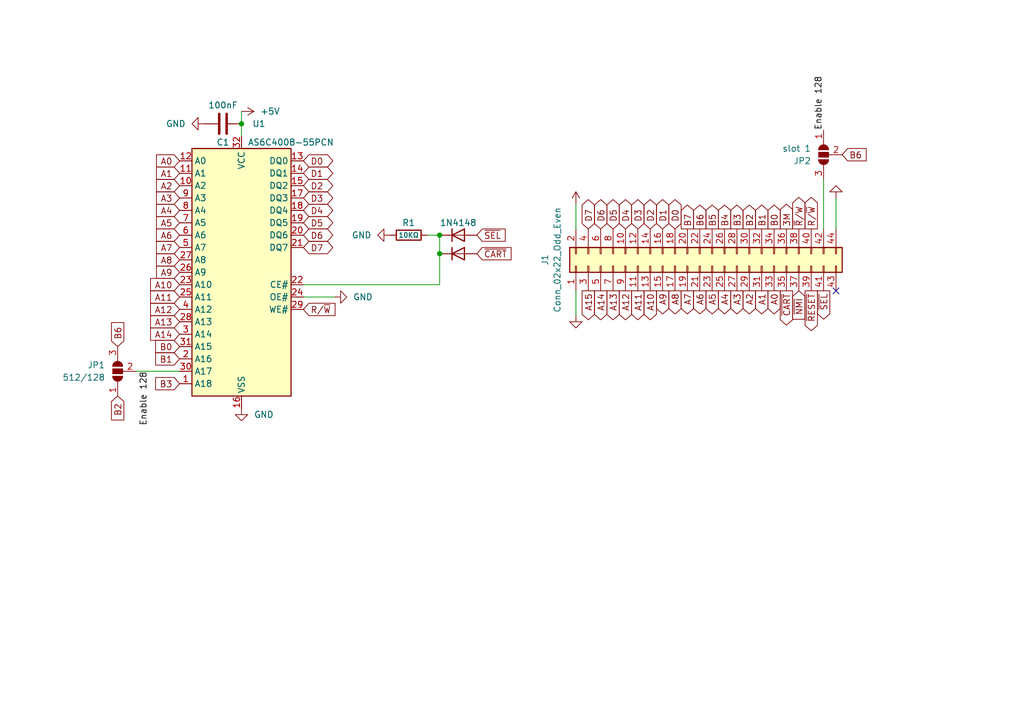
<source format=kicad_sch>
(kicad_sch (version 20230121) (generator eeschema)
  (paper "A5")
  (lib_symbols
    (symbol "Connector_Generic:Conn_02x22_Odd_Even" (pin_names (offset 1.016) hide)
      (property "Reference" "J" (at 1.27 27.94 0))
      (property "Value" "Conn_02x22_Odd_Even" (at 1.27 -30.48 0))
      (symbol "Conn_02x22_Odd_Even_1_1"
        (rectangle (start -1.27 -27.813) (end 0 -28.067) (stroke (width 0.1524)))
        (rectangle (start -1.27 -25.273) (end 0 -25.527) (stroke (width 0.1524)))
        (rectangle (start -1.27 -22.733) (end 0 -22.987) (stroke (width 0.1524)))
        (rectangle (start -1.27 -20.193) (end 0 -20.447) (stroke (width 0.1524)))
        (rectangle (start -1.27 -17.653) (end 0 -17.907) (stroke (width 0.1524)))
        (rectangle (start -1.27 -15.113) (end 0 -15.367) (stroke (width 0.1524)))
        (rectangle (start -1.27 -12.573) (end 0 -12.827) (stroke (width 0.1524)))
        (rectangle (start -1.27 -10.033) (end 0 -10.287) (stroke (width 0.1524)))
        (rectangle (start -1.27 -7.493) (end 0 -7.747) (stroke (width 0.1524)))
        (rectangle (start -1.27 -4.953) (end 0 -5.207) (stroke (width 0.1524)))
        (rectangle (start -1.27 -2.413) (end 0 -2.667) (stroke (width 0.1524)))
        (rectangle (start -1.27 0.127) (end 0 -0.127) (stroke (width 0.1524)))
        (rectangle (start -1.27 2.667) (end 0 2.413) (stroke (width 0.1524)))
        (rectangle (start -1.27 5.207) (end 0 4.953) (stroke (width 0.1524)))
        (rectangle (start -1.27 7.747) (end 0 7.493) (stroke (width 0.1524)))
        (rectangle (start -1.27 10.287) (end 0 10.033) (stroke (width 0.1524)))
        (rectangle (start -1.27 12.827) (end 0 12.573) (stroke (width 0.1524)))
        (rectangle (start -1.27 15.367) (end 0 15.113) (stroke (width 0.1524)))
        (rectangle (start -1.27 17.907) (end 0 17.653) (stroke (width 0.1524)))
        (rectangle (start -1.27 20.447) (end 0 20.193) (stroke (width 0.1524)))
        (rectangle (start -1.27 22.987) (end 0 22.733) (stroke (width 0.1524)))
        (rectangle (start -1.27 25.527) (end 0 25.273) (stroke (width 0.1524)))
        (rectangle (start -1.27 26.67) (end 3.81 -29.21) (stroke (width 0.254)) (fill (type background)))
        (rectangle (start 3.81 -27.813) (end 2.54 -28.067) (stroke (width 0.1524)))
        (rectangle (start 3.81 -25.273) (end 2.54 -25.527) (stroke (width 0.1524)))
        (rectangle (start 3.81 -22.733) (end 2.54 -22.987) (stroke (width 0.1524)))
        (rectangle (start 3.81 -20.193) (end 2.54 -20.447) (stroke (width 0.1524)))
        (rectangle (start 3.81 -17.653) (end 2.54 -17.907) (stroke (width 0.1524)))
        (rectangle (start 3.81 -15.113) (end 2.54 -15.367) (stroke (width 0.1524)))
        (rectangle (start 3.81 -12.573) (end 2.54 -12.827) (stroke (width 0.1524)))
        (rectangle (start 3.81 -10.033) (end 2.54 -10.287) (stroke (width 0.1524)))
        (rectangle (start 3.81 -7.493) (end 2.54 -7.747) (stroke (width 0.1524)))
        (rectangle (start 3.81 -4.953) (end 2.54 -5.207) (stroke (width 0.1524)))
        (rectangle (start 3.81 -2.413) (end 2.54 -2.667) (stroke (width 0.1524)))
        (rectangle (start 3.81 0.127) (end 2.54 -0.127) (stroke (width 0.1524)))
        (rectangle (start 3.81 2.667) (end 2.54 2.413) (stroke (width 0.1524)))
        (rectangle (start 3.81 5.207) (end 2.54 4.953) (stroke (width 0.1524)))
        (rectangle (start 3.81 7.747) (end 2.54 7.493) (stroke (width 0.1524)))
        (rectangle (start 3.81 10.287) (end 2.54 10.033) (stroke (width 0.1524)))
        (rectangle (start 3.81 12.827) (end 2.54 12.573) (stroke (width 0.1524)))
        (rectangle (start 3.81 15.367) (end 2.54 15.113) (stroke (width 0.1524)))
        (rectangle (start 3.81 17.907) (end 2.54 17.653) (stroke (width 0.1524)))
        (rectangle (start 3.81 20.447) (end 2.54 20.193) (stroke (width 0.1524)))
        (rectangle (start 3.81 22.987) (end 2.54 22.733) (stroke (width 0.1524)))
        (rectangle (start 3.81 25.527) (end 2.54 25.273) (stroke (width 0.1524)))
        (pin passive line (at -5.08 25.4 0) (length 3.81) (name "Pin_1") (number "1"))
        (pin passive line (at 7.62 15.24 180) (length 3.81) (name "Pin_10") (number "10"))
        (pin passive line (at -5.08 12.7 0) (length 3.81) (name "Pin_11") (number "11"))
        (pin passive line (at 7.62 12.7 180) (length 3.81) (name "Pin_12") (number "12"))
        (pin passive line (at -5.08 10.16 0) (length 3.81) (name "Pin_13") (number "13"))
        (pin passive line (at 7.62 10.16 180) (length 3.81) (name "Pin_14") (number "14"))
        (pin passive line (at -5.08 7.62 0) (length 3.81) (name "Pin_15") (number "15"))
        (pin passive line (at 7.62 7.62 180) (length 3.81) (name "Pin_16") (number "16"))
        (pin passive line (at -5.08 5.08 0) (length 3.81) (name "Pin_17") (number "17"))
        (pin passive line (at 7.62 5.08 180) (length 3.81) (name "Pin_18") (number "18"))
        (pin passive line (at -5.08 2.54 0) (length 3.81) (name "Pin_19") (number "19"))
        (pin passive line (at 7.62 25.4 180) (length 3.81) (name "Pin_2") (number "2"))
        (pin passive line (at 7.62 2.54 180) (length 3.81) (name "Pin_20") (number "20"))
        (pin passive line (at -5.08 0 0) (length 3.81) (name "Pin_21") (number "21"))
        (pin passive line (at 7.62 0 180) (length 3.81) (name "Pin_22") (number "22"))
        (pin passive line (at -5.08 -2.54 0) (length 3.81) (name "Pin_23") (number "23"))
        (pin passive line (at 7.62 -2.54 180) (length 3.81) (name "Pin_24") (number "24"))
        (pin passive line (at -5.08 -5.08 0) (length 3.81) (name "Pin_25") (number "25"))
        (pin passive line (at 7.62 -5.08 180) (length 3.81) (name "Pin_26") (number "26"))
        (pin passive line (at -5.08 -7.62 0) (length 3.81) (name "Pin_27") (number "27"))
        (pin passive line (at 7.62 -7.62 180) (length 3.81) (name "Pin_28") (number "28"))
        (pin passive line (at -5.08 -10.16 0) (length 3.81) (name "Pin_29") (number "29"))
        (pin passive line (at -5.08 22.86 0) (length 3.81) (name "Pin_3") (number "3"))
        (pin passive line (at 7.62 -10.16 180) (length 3.81) (name "Pin_30") (number "30"))
        (pin passive line (at -5.08 -12.7 0) (length 3.81) (name "Pin_31") (number "31"))
        (pin passive line (at 7.62 -12.7 180) (length 3.81) (name "Pin_32") (number "32"))
        (pin passive line (at -5.08 -15.24 0) (length 3.81) (name "Pin_33") (number "33"))
        (pin passive line (at 7.62 -15.24 180) (length 3.81) (name "Pin_34") (number "34"))
        (pin passive line (at -5.08 -17.78 0) (length 3.81) (name "Pin_35") (number "35"))
        (pin passive line (at 7.62 -17.78 180) (length 3.81) (name "Pin_36") (number "36"))
        (pin passive line (at -5.08 -20.32 0) (length 3.81) (name "Pin_37") (number "37"))
        (pin passive line (at 7.62 -20.32 180) (length 3.81) (name "Pin_38") (number "38"))
        (pin passive line (at -5.08 -22.86 0) (length 3.81) (name "Pin_39") (number "39"))
        (pin passive line (at 7.62 22.86 180) (length 3.81) (name "Pin_4") (number "4"))
        (pin passive line (at 7.62 -22.86 180) (length 3.81) (name "Pin_40") (number "40"))
        (pin passive line (at -5.08 -25.4 0) (length 3.81) (name "Pin_41") (number "41"))
        (pin passive line (at 7.62 -25.4 180) (length 3.81) (name "Pin_42") (number "42"))
        (pin passive line (at -5.08 -27.94 0) (length 3.81) (name "Pin_43") (number "43"))
        (pin passive line (at 7.62 -27.94 180) (length 3.81) (name "Pin_44") (number "44"))
        (pin passive line (at -5.08 20.32 0) (length 3.81) (name "Pin_5") (number "5"))
        (pin passive line (at 7.62 20.32 180) (length 3.81) (name "Pin_6") (number "6"))
        (pin passive line (at -5.08 17.78 0) (length 3.81) (name "Pin_7") (number "7"))
        (pin passive line (at 7.62 17.78 180) (length 3.81) (name "Pin_8") (number "8"))
        (pin passive line (at -5.08 15.24 0) (length 3.81) (name "Pin_9") (number "9"))
      )
    )
    (symbol "Device:C" (pin_numbers hide) (pin_names (offset 0.254))
      (property "Reference" "C" (at 0.635 2.54 0))
      (property "Value" "C" (at 0.635 -2.54 0))
      (symbol "C_0_1"
        (polyline (pts (xy -2.032 -0.762) (xy 2.032 -0.762)) (stroke (width 0.508)))
        (polyline (pts (xy -2.032 0.762) (xy 2.032 0.762)) (stroke (width 0.508)))
      )
      (symbol "C_1_1"
        (pin passive line (at 0 3.81 270) (length 2.794) (name "~") (number "1"))
        (pin passive line (at 0 -3.81 90) (length 2.794) (name "~") (number "2"))
      )
    )
    (symbol "Device:R" (pin_numbers hide) (pin_names (offset 0))
      (property "Reference" "R" (at 2.032 0 90))
      (property "Value" "R" (at 0 0 90))
      (symbol "R_0_1"
        (rectangle (start -1.016 -2.54) (end 1.016 2.54) (stroke (width 0.254)))
      )
      (symbol "R_1_1"
        (pin passive line (at 0 3.81 270) (length 1.27) (name "~") (number "1"))
        (pin passive line (at 0 -3.81 90) (length 1.27) (name "~") (number "2"))
      )
    )
    (symbol "Diode:1N4148" (pin_numbers hide) (pin_names hide)
      (property "Reference" "D" (at 0 2.54 0))
      (property "Value" "1N4148" (at 0 -2.54 0))
      (symbol "1N4148_0_1"
        (polyline (pts (xy -1.27 1.27) (xy -1.27 -1.27)) (stroke (width 0.254)))
        (polyline (pts (xy 1.27 0) (xy -1.27 0)))
        (polyline (pts (xy 1.27 1.27) (xy 1.27 -1.27) (xy -1.27 0) (xy 1.27 1.27)) (stroke (width 0.254)))
      )
      (symbol "1N4148_1_1"
        (pin passive line (at -3.81 0 0) (length 2.54) (name "K") (number "1"))
        (pin passive line (at 3.81 0 180) (length 2.54) (name "A") (number "2"))
      )
    )
    (symbol "Jumper:SolderJumper_3_Open" (pin_names (offset 0) hide)
      (property "Reference" "JP" (at -2.54 -2.54 0))
      (property "Value" "SolderJumper_3_Open" (at 0 2.794 0))
      (symbol "SolderJumper_3_Open_0_1"
        (arc (start -1.016 1.016) (mid -2.0276 0) (end -1.016 -1.016))
        (arc (start -1.016 1.016) (mid -2.0276 0) (end -1.016 -1.016) (fill (type outline)))
        (rectangle (start -0.508 1.016) (end 0.508 -1.016) (fill (type outline)))
        (polyline (pts (xy -2.54 0) (xy -2.032 0)))
        (polyline (pts (xy -1.016 1.016) (xy -1.016 -1.016)))
        (polyline (pts (xy 0 -1.27) (xy 0 -1.016)))
        (polyline (pts (xy 1.016 1.016) (xy 1.016 -1.016)))
        (polyline (pts (xy 2.54 0) (xy 2.032 0)))
        (arc (start 1.016 -1.016) (mid 2.0276 0) (end 1.016 1.016))
        (arc (start 1.016 -1.016) (mid 2.0276 0) (end 1.016 1.016) (fill (type outline)))
      )
      (symbol "SolderJumper_3_Open_1_1"
        (pin passive line (at -5.08 0 0) (length 2.54) (name "A") (number "1"))
        (pin passive line (at 0 -3.81 90) (length 2.54) (name "C") (number "2"))
        (pin passive line (at 5.08 0 180) (length 2.54) (name "B") (number "3"))
      )
    )
    (symbol "Memory_RAM:AS6C4008-55PCN"
      (property "Reference" "U" (at -10.16 26.035 0))
      (property "Value" "AS6C4008-55PCN" (at 2.54 26.035 0))
      (symbol "AS6C4008-55PCN_0_0"
        (pin power_in line (at 0 -27.94 90) (length 2.54) (name "VSS") (number "16"))
        (pin power_in line (at 0 27.94 270) (length 2.54) (name "VCC") (number "32"))
      )
      (symbol "AS6C4008-55PCN_0_1"
        (rectangle (start -10.16 25.4) (end 10.16 -25.4) (stroke (width 0.254)) (fill (type background)))
      )
      (symbol "AS6C4008-55PCN_1_1"
        (pin input line (at -12.7 -22.86 0) (length 2.54) (name "A18") (number "1"))
        (pin input line (at -12.7 17.78 0) (length 2.54) (name "A2") (number "10"))
        (pin input line (at -12.7 20.32 0) (length 2.54) (name "A1") (number "11"))
        (pin input line (at -12.7 22.86 0) (length 2.54) (name "A0") (number "12"))
        (pin tri_state line (at 12.7 22.86 180) (length 2.54) (name "DQ0") (number "13"))
        (pin tri_state line (at 12.7 20.32 180) (length 2.54) (name "DQ1") (number "14"))
        (pin tri_state line (at 12.7 17.78 180) (length 2.54) (name "DQ2") (number "15"))
        (pin tri_state line (at 12.7 15.24 180) (length 2.54) (name "DQ3") (number "17"))
        (pin tri_state line (at 12.7 12.7 180) (length 2.54) (name "DQ4") (number "18"))
        (pin tri_state line (at 12.7 10.16 180) (length 2.54) (name "DQ5") (number "19"))
        (pin input line (at -12.7 -17.78 0) (length 2.54) (name "A16") (number "2"))
        (pin tri_state line (at 12.7 7.62 180) (length 2.54) (name "DQ6") (number "20"))
        (pin tri_state line (at 12.7 5.08 180) (length 2.54) (name "DQ7") (number "21"))
        (pin input line (at 12.7 -2.54 180) (length 2.54) (name "CE#") (number "22"))
        (pin input line (at -12.7 -2.54 0) (length 2.54) (name "A10") (number "23"))
        (pin input line (at 12.7 -5.08 180) (length 2.54) (name "OE#") (number "24"))
        (pin input line (at -12.7 -5.08 0) (length 2.54) (name "A11") (number "25"))
        (pin input line (at -12.7 0 0) (length 2.54) (name "A9") (number "26"))
        (pin input line (at -12.7 2.54 0) (length 2.54) (name "A8") (number "27"))
        (pin input line (at -12.7 -10.16 0) (length 2.54) (name "A13") (number "28"))
        (pin input line (at 12.7 -7.62 180) (length 2.54) (name "WE#") (number "29"))
        (pin input line (at -12.7 -12.7 0) (length 2.54) (name "A14") (number "3"))
        (pin input line (at -12.7 -20.32 0) (length 2.54) (name "A17") (number "30"))
        (pin input line (at -12.7 -15.24 0) (length 2.54) (name "A15") (number "31"))
        (pin input line (at -12.7 -7.62 0) (length 2.54) (name "A12") (number "4"))
        (pin input line (at -12.7 5.08 0) (length 2.54) (name "A7") (number "5"))
        (pin input line (at -12.7 7.62 0) (length 2.54) (name "A6") (number "6"))
        (pin input line (at -12.7 10.16 0) (length 2.54) (name "A5") (number "7"))
        (pin input line (at -12.7 12.7 0) (length 2.54) (name "A4") (number "8"))
        (pin input line (at -12.7 15.24 0) (length 2.54) (name "A3") (number "9"))
      )
    )
    (symbol "power:+5V" (power) (pin_names (offset 0))
      (property "Value" "+5V" (at 0 3.556 0))
      (symbol "+5V_0_1"
        (polyline (pts (xy -0.762 1.27) (xy 0 2.54)))
        (polyline (pts (xy 0 0) (xy 0 2.54)))
        (polyline (pts (xy 0 2.54) (xy 0.762 1.27)))
      )
      (symbol "+5V_1_1"
        (pin power_in line (at 0 0 90) (length 0) hide (name "+5V") (number "1"))
      )
    )
    (symbol "power:GND" (power) (pin_names (offset 0))
      (property "Value" "GND" (at 0 -3.81 0))
      (symbol "GND_0_1"
        (polyline (pts (xy 0 0) (xy 0 -1.27) (xy 1.27 -1.27) (xy 0 -2.54) (xy -1.27 -1.27) (xy 0 -1.27)))
      )
      (symbol "GND_1_1"
        (pin power_in line (at 0 0 270) (length 0) hide (name "GND") (number "1"))
      )
    )
  )
  (junction (at 90.17 48.26))
  (junction (at 90.17 52.07))
  (junction (at 49.53 25.4))
  (no_connect (at 171.45 59.69))
  (wire (pts (xy 168.91 36.83) (xy 168.91 46.99)))
  (wire (pts (xy 68.58 60.96) (xy 62.23 60.96)))
  (wire (pts (xy 118.11 41.91) (xy 118.11 46.99)))
  (wire (pts (xy 49.53 25.4) (xy 49.53 27.94)))
  (wire (pts (xy 90.17 48.26) (xy 90.17 52.07)))
  (wire (pts (xy 27.94 76.2) (xy 36.83 76.2)))
  (wire (pts (xy 87.63 48.26) (xy 90.17 48.26)))
  (wire (pts (xy 62.23 58.42) (xy 90.17 58.42)))
  (wire (pts (xy 171.45 40.64) (xy 171.45 46.99)))
  (wire (pts (xy 90.17 58.42) (xy 90.17 52.07)))
  (wire (pts (xy 118.11 64.77) (xy 118.11 59.69)))
  (wire (pts (xy 49.53 22.86) (xy 49.53 25.4)))
  (label "Enable 128" (at 168.91 26.67 90))
  (label "Enable 128" (at 30.48 76.2 270))
  (global_label "A3" (shape output) (at 151.13 59.69 270) (property "Intersheetrefs" "${INTERSHEET_REFS}" (effects hide)))
  (global_label "A8" (shape input) (at 36.83 53.34 180) (property "Intersheetrefs" "${INTERSHEET_REFS}" (effects hide)))
  (global_label "D0" (shape bidirectional) (at 62.23 33.02 0) (property "Intersheetrefs" "${INTERSHEET_REFS}" (effects hide)))
  (global_label "A11" (shape output) (at 130.81 59.69 270) (property "Intersheetrefs" "${INTERSHEET_REFS}" (effects hide)))
  (global_label "A6" (shape input) (at 36.83 48.26 180) (property "Intersheetrefs" "${INTERSHEET_REFS}" (effects hide)))
  (global_label "D4" (shape bidirectional) (at 62.23 43.18 0) (property "Intersheetrefs" "${INTERSHEET_REFS}" (effects hide)))
  (global_label "A4" (shape output) (at 148.59 59.69 270) (property "Intersheetrefs" "${INTERSHEET_REFS}" (effects hide)))
  (global_label "D2" (shape bidirectional) (at 62.23 38.1 0) (property "Intersheetrefs" "${INTERSHEET_REFS}" (effects hide)))
  (global_label "D1" (shape bidirectional) (at 62.23 35.56 0) (property "Intersheetrefs" "${INTERSHEET_REFS}" (effects hide)))
  (global_label "D3" (shape bidirectional) (at 130.81 46.99 90) (property "Intersheetrefs" "${INTERSHEET_REFS}" (effects hide)))
  (global_label "R{slash}~{W}" (shape output) (at 166.37 46.99 90) (property "Intersheetrefs" "${INTERSHEET_REFS}" (effects hide)))
  (global_label "D4" (shape bidirectional) (at 128.27 46.99 90) (property "Intersheetrefs" "${INTERSHEET_REFS}" (effects hide)))
  (global_label "A7" (shape input) (at 36.83 50.8 180) (property "Intersheetrefs" "${INTERSHEET_REFS}" (effects hide)))
  (global_label "R{slash}~{W}" (shape input) (at 62.23 63.5 0) (property "Intersheetrefs" "${INTERSHEET_REFS}" (effects hide)))
  (global_label "~{CART}" (shape output) (at 161.29 59.69 270) (property "Intersheetrefs" "${INTERSHEET_REFS}" (effects hide)))
  (global_label "A0" (shape input) (at 36.83 33.02 180) (property "Intersheetrefs" "${INTERSHEET_REFS}" (effects hide)))
  (global_label "A4" (shape input) (at 36.83 43.18 180) (property "Intersheetrefs" "${INTERSHEET_REFS}" (effects hide)))
  (global_label "~{R}{slash}W" (shape output) (at 163.83 46.99 90) (property "Intersheetrefs" "${INTERSHEET_REFS}" (effects hide)))
  (global_label "A13" (shape output) (at 125.73 59.69 270) (property "Intersheetrefs" "${INTERSHEET_REFS}" (effects hide)))
  (global_label "A0" (shape output) (at 158.75 59.69 270) (property "Intersheetrefs" "${INTERSHEET_REFS}" (effects hide)))
  (global_label "~{CART}" (shape input) (at 97.79 52.07 0) (property "Intersheetrefs" "${INTERSHEET_REFS}" (effects hide)))
  (global_label "D7" (shape bidirectional) (at 120.65 46.99 90) (property "Intersheetrefs" "${INTERSHEET_REFS}" (effects hide)))
  (global_label "B4" (shape output) (at 148.59 46.99 90) (property "Intersheetrefs" "${INTERSHEET_REFS}" (effects hide)))
  (global_label "A2" (shape output) (at 153.67 59.69 270) (property "Intersheetrefs" "${INTERSHEET_REFS}" (effects hide)))
  (global_label "~{SEL}" (shape output) (at 168.91 59.69 270) (property "Intersheetrefs" "${INTERSHEET_REFS}" (effects hide)))
  (global_label "B0" (shape input) (at 36.83 71.12 180) (property "Intersheetrefs" "${INTERSHEET_REFS}" (effects hide)))
  (global_label "A5" (shape input) (at 36.83 45.72 180) (property "Intersheetrefs" "${INTERSHEET_REFS}" (effects hide)))
  (global_label "B0" (shape output) (at 158.75 46.99 90) (property "Intersheetrefs" "${INTERSHEET_REFS}" (effects hide)))
  (global_label "A6" (shape output) (at 143.51 59.69 270) (property "Intersheetrefs" "${INTERSHEET_REFS}" (effects hide)))
  (global_label "A1" (shape input) (at 36.83 35.56 180) (property "Intersheetrefs" "${INTERSHEET_REFS}" (effects hide)))
  (global_label "D1" (shape bidirectional) (at 135.89 46.99 90) (property "Intersheetrefs" "${INTERSHEET_REFS}" (effects hide)))
  (global_label "B7" (shape output) (at 140.97 46.99 90) (property "Intersheetrefs" "${INTERSHEET_REFS}" (effects hide)))
  (global_label "D3" (shape bidirectional) (at 62.23 40.64 0) (property "Intersheetrefs" "${INTERSHEET_REFS}" (effects hide)))
  (global_label "B6" (shape input) (at 172.72 31.75 0) (property "Intersheetrefs" "${INTERSHEET_REFS}" (effects hide)))
  (global_label "D7" (shape bidirectional) (at 62.23 50.8 0) (property "Intersheetrefs" "${INTERSHEET_REFS}" (effects hide)))
  (global_label "A12" (shape output) (at 128.27 59.69 270) (property "Intersheetrefs" "${INTERSHEET_REFS}" (effects hide)))
  (global_label "A12" (shape input) (at 36.83 63.5 180) (property "Intersheetrefs" "${INTERSHEET_REFS}" (effects hide)))
  (global_label "B6" (shape input) (at 24.13 71.12 90) (property "Intersheetrefs" "${INTERSHEET_REFS}" (effects hide)))
  (global_label "B2" (shape output) (at 153.67 46.99 90) (property "Intersheetrefs" "${INTERSHEET_REFS}" (effects hide)))
  (global_label "B1" (shape output) (at 156.21 46.99 90) (property "Intersheetrefs" "${INTERSHEET_REFS}" (effects hide)))
  (global_label "D5" (shape bidirectional) (at 62.23 45.72 0) (property "Intersheetrefs" "${INTERSHEET_REFS}" (effects hide)))
  (global_label "A14" (shape input) (at 36.83 68.58 180) (property "Intersheetrefs" "${INTERSHEET_REFS}" (effects hide)))
  (global_label "A15" (shape output) (at 120.65 59.69 270) (property "Intersheetrefs" "${INTERSHEET_REFS}" (effects hide)))
  (global_label "A7" (shape output) (at 140.97 59.69 270) (property "Intersheetrefs" "${INTERSHEET_REFS}" (effects hide)))
  (global_label "B2" (shape input) (at 24.13 81.28 270) (property "Intersheetrefs" "${INTERSHEET_REFS}" (effects hide)))
  (global_label "D2" (shape bidirectional) (at 133.35 46.99 90) (property "Intersheetrefs" "${INTERSHEET_REFS}" (effects hide)))
  (global_label "A8" (shape output) (at 138.43 59.69 270) (property "Intersheetrefs" "${INTERSHEET_REFS}" (effects hide)))
  (global_label "B6" (shape output) (at 143.51 46.99 90) (property "Intersheetrefs" "${INTERSHEET_REFS}" (effects hide)))
  (global_label "A9" (shape output) (at 135.89 59.69 270) (property "Intersheetrefs" "${INTERSHEET_REFS}" (effects hide)))
  (global_label "A1" (shape output) (at 156.21 59.69 270) (property "Intersheetrefs" "${INTERSHEET_REFS}" (effects hide)))
  (global_label "D5" (shape bidirectional) (at 125.73 46.99 90) (property "Intersheetrefs" "${INTERSHEET_REFS}" (effects hide)))
  (global_label "~{RESET}" (shape output) (at 166.37 59.69 270) (property "Intersheetrefs" "${INTERSHEET_REFS}" (effects hide)))
  (global_label "D6" (shape bidirectional) (at 123.19 46.99 90) (property "Intersheetrefs" "${INTERSHEET_REFS}" (effects hide)))
  (global_label "A9" (shape input) (at 36.83 55.88 180) (property "Intersheetrefs" "${INTERSHEET_REFS}" (effects hide)))
  (global_label "~{NMI}" (shape input) (at 163.83 59.69 270) (property "Intersheetrefs" "${INTERSHEET_REFS}" (effects hide)))
  (global_label "A10" (shape output) (at 133.35 59.69 270) (property "Intersheetrefs" "${INTERSHEET_REFS}" (effects hide)))
  (global_label "B3" (shape input) (at 36.83 78.74 180) (property "Intersheetrefs" "${INTERSHEET_REFS}" (effects hide)))
  (global_label "A14" (shape output) (at 123.19 59.69 270) (property "Intersheetrefs" "${INTERSHEET_REFS}" (effects hide)))
  (global_label "D6" (shape bidirectional) (at 62.23 48.26 0) (property "Intersheetrefs" "${INTERSHEET_REFS}" (effects hide)))
  (global_label "A5" (shape output) (at 146.05 59.69 270) (property "Intersheetrefs" "${INTERSHEET_REFS}" (effects hide)))
  (global_label "B1" (shape input) (at 36.83 73.66 180) (property "Intersheetrefs" "${INTERSHEET_REFS}" (effects hide)))
  (global_label "3M" (shape output) (at 161.29 46.99 90) (property "Intersheetrefs" "${INTERSHEET_REFS}" (effects hide)))
  (global_label "A11" (shape input) (at 36.83 60.96 180) (property "Intersheetrefs" "${INTERSHEET_REFS}" (effects hide)))
  (global_label "A10" (shape input) (at 36.83 58.42 180) (property "Intersheetrefs" "${INTERSHEET_REFS}" (effects hide)))
  (global_label "B3" (shape output) (at 151.13 46.99 90) (property "Intersheetrefs" "${INTERSHEET_REFS}" (effects hide)))
  (global_label "B5" (shape output) (at 146.05 46.99 90) (property "Intersheetrefs" "${INTERSHEET_REFS}" (effects hide)))
  (global_label "D0" (shape bidirectional) (at 138.43 46.99 90) (property "Intersheetrefs" "${INTERSHEET_REFS}" (effects hide)))
  (global_label "A13" (shape input) (at 36.83 66.04 180) (property "Intersheetrefs" "${INTERSHEET_REFS}" (effects hide)))
  (global_label "~{SEL}" (shape input) (at 97.79 48.26 0) (property "Intersheetrefs" "${INTERSHEET_REFS}" (effects hide)))
  (global_label "A3" (shape input) (at 36.83 40.64 180) (property "Intersheetrefs" "${INTERSHEET_REFS}" (effects hide)))
  (global_label "A2" (shape input) (at 36.83 38.1 180) (property "Intersheetrefs" "${INTERSHEET_REFS}" (effects hide)))
  (symbol (lib_id "power:GND") (at 68.58 60.96 90) (unit 1)
    (property "Reference" "#PWR08" (effects hide))
    (property "Value" "GND" (at 72.39 60.96 90) (effects (justify right)))
  )
  (symbol (lib_id "Connector_Generic:Conn_02x22_Odd_Even") (at 143.51 54.61 90) (unit 1)
    (property "Reference" "J1" (at 111.76 53.34 0))
    (property "Value" "Conn_02x22_Odd_Even" (at 114.3 53.34 0))
    (property "Footprint" "Smal:KITTY_Cart_Edge" (effects hide))
  )
  (symbol (lib_id "Device:C") (at 45.72 25.4 90) (unit 1)
    (property "Reference" "C1" (at 45.72 29.21 90))
    (property "Value" "100nF" (at 45.72 21.59 90))
    (property "Footprint" "Capacitor_THT:C_Disc_D3.0mm_W1.6mm_P2.50mm" (effects hide))
  )
  (symbol (lib_id "Jumper:SolderJumper_3_Open") (at 168.91 31.75 90) (mirror x) (unit 1)
    (property "Reference" "JP2" (at 166.37 33.02 90) (effects (justify left)))
    (property "Value" "slot 1" (at 166.37 30.48 90) (effects (justify left)))
    (property "Footprint" "Jumper:SolderJumper-3_P1.3mm_Open_Pad1.0x1.5mm" (effects hide))
  )
  (symbol (lib_id "power:GND") (at 80.01 48.26 270) (unit 1)
    (property "Reference" "#PWR04" (effects hide))
    (property "Value" "GND" (at 76.2 48.26 90) (effects (justify right)))
  )
  (symbol (lib_id "power:GND") (at 171.45 40.64 180) (unit 1)
    (property "Reference" "#PWR07" (effects hide))
    (property "Value" "GND" (effects hide))
  )
  (symbol (lib_id "Diode:1N4148") (at 93.98 52.07 0) (unit 1)
    (property "Reference" "D2" (effects hide))
    (property "Value" "1N4148" (at 93.98 45.72 0))
    (property "Footprint" "Diode_THT:D_DO-35_SOD27_P7.62mm_Horizontal" (effects hide))
    (property "Datasheet" "https://assets.nexperia.com/documents/data-sheet/1N4148_1N4448.pdf" (effects hide))
    (property "Sim.Device" "D" (effects hide))
    (property "Sim.Pins" "1=K 2=A" (effects hide))
  )
  (symbol (lib_id "Device:R") (at 83.82 48.26 90) (unit 1)
    (property "Reference" "R1" (at 83.82 45.72 90))
    (property "Value" "10KΩ" (at 83.82 48.26 90) (effects (font (size 1 1))))
    (property "Footprint" "Resistor_THT:R_Axial_DIN0204_L3.6mm_D1.6mm_P7.62mm_Horizontal" (effects hide))
  )
  (symbol (lib_id "power:GND") (at 41.91 25.4 270) (unit 1)
    (property "Reference" "#PWR01" (effects hide))
    (property "Value" "GND" (at 38.1 25.4 90) (effects (justify right)))
  )
  (symbol (lib_id "power:+5V") (at 49.53 22.86 270) (unit 1)
    (property "Reference" "#PWR02" (effects hide))
    (property "Value" "+5V" (at 53.34 22.86 90) (effects (justify left)))
  )
  (symbol (lib_id "Jumper:SolderJumper_3_Open") (at 24.13 76.2 90) (unit 1)
    (property "Reference" "JP1" (at 21.59 74.93 90) (effects (justify left)))
    (property "Value" "512/128" (at 21.59 77.47 90) (effects (justify left)))
    (property "Footprint" "Jumper:SolderJumper-3_P1.3mm_Open_Pad1.0x1.5mm" (effects hide))
  )
  (symbol (lib_id "Memory_RAM:AS6C4008-55PCN") (at 49.53 55.88 0) (unit 1)
    (property "Reference" "U1" (at 51.7241 25.4 0) (effects (justify left)))
    (property "Value" "AS6C4008-55PCN" (at 50.8 29.21 0) (effects (justify left)))
    (property "Footprint" "PCM_Package_DIP_AKL:DIP-32_W15.24mm_Socket" (effects hide))
    (property "Datasheet" "https://www.alliancememory.com/wp-content/uploads/pdf/AS6C4008.pdf" (effects hide))
  )
  (symbol (lib_id "power:GND") (at 49.53 83.82 0) (unit 1)
    (property "Reference" "#PWR03" (effects hide))
    (property "Value" "GND" (at 52.07 85.09 0) (effects (justify left)))
  )
  (symbol (lib_id "power:+5V") (at 118.11 41.91 0) (unit 1)
    (property "Reference" "#PWR05" (effects hide))
    (property "Value" "+5V" (effects hide))
  )
  (symbol (lib_id "power:GND") (at 118.11 64.77 0) (unit 1)
    (property "Reference" "#PWR06" (effects hide))
    (property "Value" "GND" (effects hide))
  )
  (symbol (lib_id "Diode:1N4148") (at 93.98 48.26 0) (unit 1)
    (property "Reference" "D1" (effects hide))
    (property "Value" "1N4148" (effects hide))
    (property "Footprint" "Diode_THT:D_DO-35_SOD27_P7.62mm_Horizontal" (effects hide))
    (property "Datasheet" "https://assets.nexperia.com/documents/data-sheet/1N4148_1N4448.pdf" (effects hide))
    (property "Sim.Device" "D" (effects hide))
    (property "Sim.Pins" "1=K 2=A" (effects hide))
  )
)
</source>
